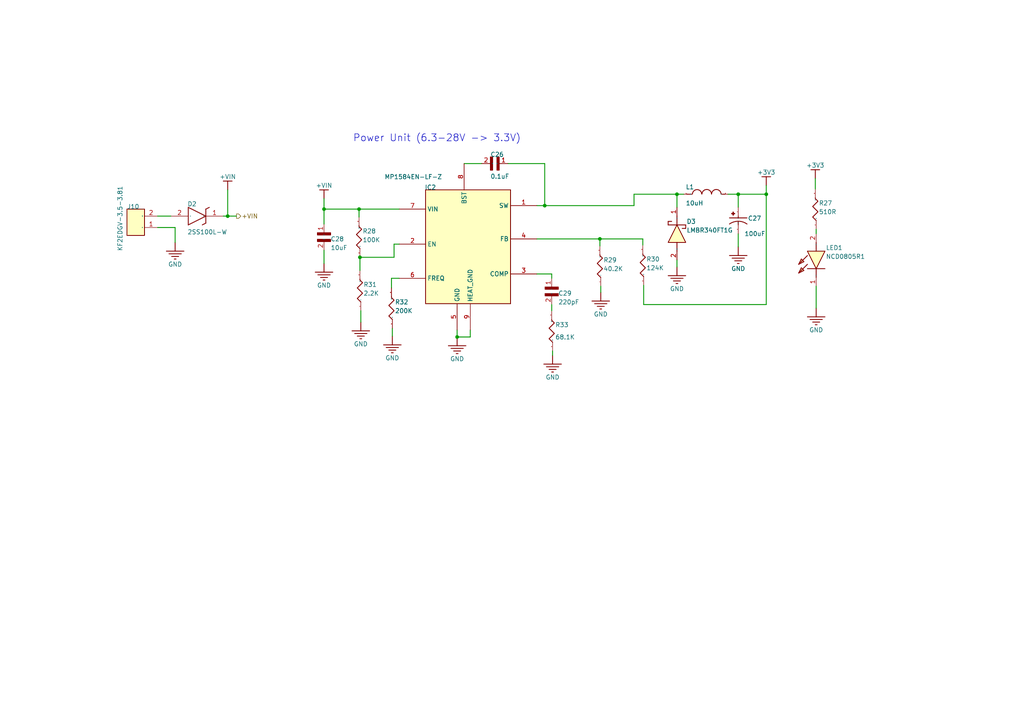
<source format=kicad_sch>
(kicad_sch (version 20230819) (generator eeschema)
  (paper "A4")
  (lib_symbols
    (symbol "POWER UNİT-altium-import:+3V3" (power)
      (property "Reference" "#PWR" (at 0 0 0))
      (property "Value" "+3V3" (at 0 3.81 0))
      (symbol "+3V3_0_0"
        (polyline (pts (xy -1.27 -2.54) (xy 1.27 -2.54)) (stroke (width 0.254)))
        (polyline (pts (xy 0 0) (xy 0 -2.54)) (stroke (width 0.254)))
        (pin power_in line (at 0 0 0) (length 0) hide (name "+3V3") (number ""))
      )
    )
    (symbol "POWER UNİT-altium-import:+VIN" (power)
      (property "Reference" "#PWR" (at 0 0 0))
      (property "Value" "+VIN" (at 0 3.81 0))
      (symbol "+VIN_0_0"
        (polyline (pts (xy -1.27 -2.54) (xy 1.27 -2.54)) (stroke (width 0.254)))
        (polyline (pts (xy 0 0) (xy 0 -2.54)) (stroke (width 0.254)))
        (pin power_in line (at 0 0 0) (length 0) hide (name "+VIN") (number ""))
      )
    )
    (symbol "POWER UNİT-altium-import:GND" (power)
      (property "Reference" "#PWR" (at 0 0 0))
      (property "Value" "GND" (at 0 6.35 0))
      (symbol "GND_0_0"
        (polyline (pts (xy -2.54 -2.54) (xy 2.54 -2.54)) (stroke (width 0.254)))
        (polyline (pts (xy -1.778 -3.302) (xy 1.778 -3.302)) (stroke (width 0.254)))
        (polyline (pts (xy -1.016 -4.064) (xy 1.016 -4.064)) (stroke (width 0.254)))
        (polyline (pts (xy -0.254 -4.826) (xy 0.254 -4.826)) (stroke (width 0.254)))
        (polyline (pts (xy 0 0) (xy 0 -2.54)) (stroke (width 0.254)))
        (pin power_in line (at 0 0 0) (length 0) hide (name "GND") (number ""))
      )
    )
    (symbol "POWER UNİT-altium-import:root_0_10uH"
      (symbol "root_0_10uH_1_0"
        (polyline (pts (xy 7.366 7.62) (xy 5.842 7.62)) (stroke (width 0.254)))
        (polyline (pts (xy 16.002 7.62) (xy 17.018 7.62)) (stroke (width 0.254)))
        (arc (start 10.2353 7.6867) (mid 8.8937 8.9669) (end 7.5451 7.6941) (stroke (width 0.254)))
        (arc (start 13.0636 7.6829) (mid 11.6899 9.001) (end 10.305 7.6946) (stroke (width 0.254)))
        (arc (start 15.8566 7.683) (mid 14.4837 9) (end 13.1 7.6944) (stroke (width 0.254)))
        (pin passive line (at 5.08 7.62 0) (length 1.27) (name "1") (number "1"))
        (pin passive line (at 17.78 7.62 180) (length 1.27) (name "2") (number "2"))
      )
    )
    (symbol "POWER UNİT-altium-import:root_0_C0402C220K4RACTU"
      (symbol "root_0_C0402C220K4RACTU_1_0"
        (rectangle (start 0.635 1.905) (end 0 -1.905) (stroke (width 0.254)) (fill (type outline)))
        (rectangle (start 2.54 1.905) (end 1.905 -1.905) (stroke (width 0.254)) (fill (type outline)))
        (pin passive line (at 5.08 0 180) (length 2.54) (name "1") (number "1"))
        (pin passive line (at -2.54 0 0) (length 2.54) (name "2") (number "2"))
      )
    )
    (symbol "POWER UNİT-altium-import:root_0_KF2EDGV-3.5-3.81"
      (symbol "root_0_KF2EDGV-3.5-3.81_1_0"
        (rectangle (start 15.24 12.7) (end 10.16 5.08) (stroke (width 0.254) (color 128 0 0 1)) (fill (type background)))
        (pin passive line (at 19.05 7.366 180) (length 3.81) (name "1") (number "1"))
        (pin passive line (at 19.05 10.668 180) (length 3.81) (name "2") (number "2"))
      )
    )
    (symbol "POWER UNİT-altium-import:root_0_MP1584EN-LF-Z"
      (symbol "root_0_MP1584EN-LF-Z_1_0"
        (rectangle (start 48.26 43.18) (end 23.622 10.16) (stroke (width 0.254) (color 128 0 0 1)) (fill (type background)))
        (pin passive line (at 55.88 38.608 180) (length 7.62) (name "SW") (number "1"))
        (pin passive line (at 16.002 27.432 0) (length 7.62) (name "EN") (number "2"))
        (pin passive line (at 55.88 18.796 180) (length 7.62) (name "COMP") (number "3"))
        (pin passive line (at 55.88 28.956 180) (length 7.62) (name "FB") (number "4"))
        (pin passive line (at 32.766 2.54 90) (length 7.62) (name "GND") (number "5"))
        (pin passive line (at 16.002 17.526 0) (length 7.62) (name "FREQ") (number "6"))
        (pin passive line (at 16.002 37.592 0) (length 7.62) (name "VIN") (number "7"))
        (pin passive line (at 34.798 50.8 270) (length 7.62) (name "BST") (number "8"))
        (pin passive line (at 36.576 2.54 90) (length 7.62) (name "HEAT_GND") (number "9"))
      )
    )
    (symbol "POWER UNİT-altium-import:root_1_1K"
      (symbol "root_1_1K_1_0"
        (polyline (pts (xy -4.826 4.318) (xy -5.842 5.334) (xy -4.318 6.858) (xy -5.842 8.382) (xy -4.318 9.906) (xy -5.08 10.668) (xy -5.08 10.922)) (stroke (width 0.254)))
        (pin passive line (at -4.826 1.778 90) (length 2.54) (name "1") (number "1"))
        (pin passive line (at -5.08 13.462 270) (length 2.54) (name "2") (number "2"))
      )
    )
    (symbol "POWER UNİT-altium-import:root_1_C0402C220K4RACTU"
      (symbol "root_1_C0402C220K4RACTU_1_0"
        (rectangle (start 1.905 0.635) (end -1.905 0) (stroke (width 0.254)) (fill (type outline)))
        (rectangle (start 1.905 2.54) (end -1.905 1.905) (stroke (width 0.254)) (fill (type outline)))
        (pin passive line (at 0 5.08 270) (length 2.54) (name "1") (number "1"))
        (pin passive line (at 0 -2.54 90) (length 2.54) (name "2") (number "2"))
      )
    )
    (symbol "POWER UNİT-altium-import:root_1_NCD0805R1"
      (symbol "root_1_NCD0805R1_1_0"
        (polyline (pts (xy -5.08 3.81) (xy -2.54 6.35)) (stroke (width 0.254)))
        (polyline (pts (xy -5.08 6.35) (xy -2.54 8.89)) (stroke (width 0.254)))
        (polyline (pts (xy 0 5.08) (xy 0 2.54)) (stroke (width 0.254)))
        (polyline (pts (xy 0 12.7) (xy 0 10.16)) (stroke (width 0.254)))
        (polyline (pts (xy 2.54 5.08) (xy -2.54 5.08)) (stroke (width 0.254)))
        (polyline (pts (xy -4.318 5.334) (xy -3.556 4.572) (xy -5.08 3.81) (xy -4.318 5.334)) (stroke (width 0.254)) (fill (type background)))
        (polyline (pts (xy -4.318 7.874) (xy -3.556 7.112) (xy -5.08 6.35) (xy -4.318 7.874)) (stroke (width 0.254)) (fill (type background)))
        (polyline (pts (xy 0 5.08) (xy -2.54 10.16) (xy 2.54 10.16) (xy 0 5.08)) (stroke (width 0.254)) (fill (type background)))
        (pin passive line (at 0 0 90) (length 2.54) (name "K") (number "1"))
        (pin passive line (at 0 15.24 270) (length 2.54) (name "A") (number "2"))
      )
    )
    (symbol "POWER UNİT-altium-import:root_2_2SS100L-W_2"
      (symbol "root_2_2SS100L-W_2_1_0"
        (polyline (pts (xy -10.16 -2.54) (xy -5.08 0)) (stroke (width 0.254)))
        (polyline (pts (xy -10.16 2.54) (xy -10.16 -2.54)) (stroke (width 0.254)))
        (polyline (pts (xy -6.096 -2.54) (xy -5.08 -2.032)) (stroke (width 0.254)))
        (polyline (pts (xy -5.08 0) (xy -10.16 2.54)) (stroke (width 0.254)))
        (polyline (pts (xy -5.08 2.032) (xy -5.08 -2.032)) (stroke (width 0.254)))
        (polyline (pts (xy -5.08 2.032) (xy -4.064 2.54)) (stroke (width 0.254)))
        (pin passive line (at 0 0 180) (length 5.08) (name "K") (number "1"))
        (pin passive line (at -15.24 0 0) (length 5.08) (name "A") (number "2"))
      )
    )
    (symbol "POWER UNİT-altium-import:root_3_EEEFPC101XAL_1"
      (symbol "root_3_EEEFPC101XAL_1_1_0"
        (rectangle (start -1.405 1.173) (end -1.532 0.284) (stroke (width 0.254)) (fill (type outline)))
        (rectangle (start -1.024 0.792) (end -1.913 0.665) (stroke (width 0.254)) (fill (type outline)))
        (polyline (pts (xy 0 -2.54) (xy 0 -1.524)) (stroke (width 0.254)))
        (polyline (pts (xy 0 -0.508) (xy -2.54 -0.508)) (stroke (width 0.254)))
        (polyline (pts (xy 0 0) (xy 0 -0.508)) (stroke (width 0.254)))
        (polyline (pts (xy 2.54 -0.508) (xy 0 -0.508)) (stroke (width 0.254)))
        (arc (start 2.5398 -2.2858) (mid 0 -1.485) (end -2.5398 -2.2858) (stroke (width 0.254)))
        (pin passive line (at 0 2.54 270) (length 2.54) (name "1") (number "1"))
        (pin passive line (at 0 -5.08 90) (length 2.54) (name "2") (number "2"))
      )
    )
    (symbol "POWER UNİT-altium-import:root_3_SS34FA_1"
      (symbol "root_3_SS34FA_1_1_0"
        (polyline (pts (xy -2.54 -7.62) (xy 2.54 -7.62)) (stroke (width 0.254)))
        (polyline (pts (xy -2.54 -6.604) (xy -2.54 -7.62)) (stroke (width 0.254)))
        (polyline (pts (xy -1.524 -6.604) (xy -2.54 -6.604)) (stroke (width 0.254)))
        (polyline (pts (xy 0 -15.24) (xy 0 -12.7)) (stroke (width 0.254)))
        (polyline (pts (xy 0 -7.62) (xy 0 -5.08)) (stroke (width 0.254)))
        (polyline (pts (xy 1.524 -8.636) (xy 2.54 -8.636)) (stroke (width 0.254)))
        (polyline (pts (xy 2.54 -8.636) (xy 2.54 -7.62)) (stroke (width 0.254)))
        (polyline (pts (xy 0 -7.62) (xy 2.54 -12.7) (xy -2.54 -12.7) (xy 0 -7.62)) (stroke (width 0.254)) (fill (type background)))
        (pin passive line (at 0 -2.54 270) (length 2.54) (name "K") (number "1"))
        (pin passive line (at 0 -17.78 90) (length 2.54) (name "A") (number "2"))
      )
    )
  )
  (junction (at 66.04 62.6872))
  (junction (at 104.394 74.6252))
  (junction (at 93.98 60.6552))
  (junction (at 173.99 69.2912))
  (junction (at 214.122 56.3372))
  (junction (at 132.588 97.7392))
  (junction (at 196.342 56.3372))
  (junction (at 157.988 59.6392))
  (junction (at 222.25 56.3372))
  (junction (at 104.14 60.6552))
  (wire (pts (xy 214.122 67.7672) (xy 214.122 71.5772)) (stroke (width 0.254)))
  (wire (pts (xy 136.398 95.7072) (xy 136.398 97.7392)) (stroke (width 0.254)))
  (wire (pts (xy 211.074 56.3372) (xy 214.122 56.3372)) (stroke (width 0.254)))
  (wire (pts (xy 186.436 69.2912) (xy 173.99 69.2912)) (stroke (width 0.254)))
  (wire (pts (xy 114.3 70.8152) (xy 114.3 74.6252)) (stroke (width 0.254)))
  (wire (pts (xy 222.25 56.3372) (xy 222.25 88.3412)) (stroke (width 0.254)))
  (wire (pts (xy 160.02 90.1192) (xy 160.02 88.3412)) (stroke (width 0.254)))
  (wire (pts (xy 113.538 83.5152) (xy 113.538 80.7212)) (stroke (width 0.254)))
  (wire (pts (xy 174.244 83.0072) (xy 174.244 84.7852)) (stroke (width 0.254)))
  (wire (pts (xy 186.436 71.0692) (xy 186.436 69.2912)) (stroke (width 0.254)))
  (wire (pts (xy 45.72 65.9892) (xy 50.8 65.9892)) (stroke (width 0.254)))
  (wire (pts (xy 93.98 60.6552) (xy 104.14 60.6552)) (stroke (width 0.254)))
  (wire (pts (xy 214.122 56.3372) (xy 222.25 56.3372)) (stroke (width 0.254)))
  (wire (pts (xy 136.398 97.7392) (xy 132.588 97.7392)) (stroke (width 0.254)))
  (wire (pts (xy 183.896 59.6392) (xy 183.896 56.3372)) (stroke (width 0.254)))
  (wire (pts (xy 147.32 47.4472) (xy 157.988 47.4472)) (stroke (width 0.254)))
  (wire (pts (xy 222.25 88.3412) (xy 186.69 88.3412)) (stroke (width 0.254)))
  (wire (pts (xy 160.02 79.4512) (xy 160.02 80.7212)) (stroke (width 0.254)))
  (wire (pts (xy 186.69 88.3412) (xy 186.69 82.7532)) (stroke (width 0.254)))
  (wire (pts (xy 155.702 79.4512) (xy 160.02 79.4512)) (stroke (width 0.254)))
  (wire (pts (xy 104.14 60.6552) (xy 104.14 62.9412)) (stroke (width 0.254)))
  (wire (pts (xy 155.702 69.2912) (xy 173.99 69.2912)) (stroke (width 0.254)))
  (wire (pts (xy 66.04 62.6872) (xy 66.04 55.0672)) (stroke (width 0.254)))
  (wire (pts (xy 104.394 74.6252) (xy 104.394 78.4352)) (stroke (width 0.254)))
  (wire (pts (xy 236.728 66.4972) (xy 236.728 67.7672)) (stroke (width 0.254)))
  (wire (pts (xy 196.342 56.3372) (xy 198.374 56.3372)) (stroke (width 0.254)))
  (wire (pts (xy 115.824 70.8152) (xy 114.3 70.8152)) (stroke (width 0.254)))
  (wire (pts (xy 222.25 53.7972) (xy 222.25 56.3372)) (stroke (width 0.254)))
  (wire (pts (xy 93.98 64.9732) (xy 93.98 60.6552)) (stroke (width 0.254)))
  (wire (pts (xy 68.58 62.6872) (xy 66.04 62.6872)) (stroke (width 0.254)))
  (wire (pts (xy 50.8 65.9892) (xy 50.8 70.3072)) (stroke (width 0.254)))
  (wire (pts (xy 173.99 69.2912) (xy 173.99 71.3232)) (stroke (width 0.254)))
  (wire (pts (xy 93.98 76.4032) (xy 93.98 72.5932)) (stroke (width 0.254)))
  (wire (pts (xy 49.53 62.6872) (xy 45.72 62.6872)) (stroke (width 0.254)))
  (wire (pts (xy 134.62 47.4472) (xy 139.7 47.4472)) (stroke (width 0.254)))
  (wire (pts (xy 64.77 62.6872) (xy 66.04 62.6872)) (stroke (width 0.254)))
  (wire (pts (xy 157.988 47.4472) (xy 157.988 59.6392)) (stroke (width 0.254)))
  (wire (pts (xy 104.648 90.1192) (xy 104.648 93.4212)) (stroke (width 0.254)))
  (wire (pts (xy 196.342 56.3372) (xy 196.342 60.1472)) (stroke (width 0.254)))
  (wire (pts (xy 113.538 80.7212) (xy 115.824 80.7212)) (stroke (width 0.254)))
  (wire (pts (xy 155.702 59.6392) (xy 157.988 59.6392)) (stroke (width 0.254)))
  (wire (pts (xy 214.122 56.3372) (xy 214.122 60.1472)) (stroke (width 0.254)))
  (wire (pts (xy 236.474 51.7652) (xy 236.474 54.8132)) (stroke (width 0.254)))
  (wire (pts (xy 183.896 56.3372) (xy 196.342 56.3372)) (stroke (width 0.254)))
  (wire (pts (xy 160.274 101.8032) (xy 160.274 103.0732)) (stroke (width 0.254)))
  (wire (pts (xy 196.342 77.4192) (xy 196.342 75.3872)) (stroke (width 0.254)))
  (wire (pts (xy 236.728 83.0072) (xy 236.728 89.3572)) (stroke (width 0.254)))
  (wire (pts (xy 157.988 59.6392) (xy 183.896 59.6392)) (stroke (width 0.254)))
  (wire (pts (xy 104.14 60.6552) (xy 115.824 60.6552)) (stroke (width 0.254)))
  (wire (pts (xy 113.792 95.1992) (xy 113.792 97.4852)) (stroke (width 0.254)))
  (wire (pts (xy 132.588 95.7072) (xy 132.588 97.7392)) (stroke (width 0.254)))
  (wire (pts (xy 93.98 60.6552) (xy 93.98 57.6072)) (stroke (width 0.254)))
  (wire (pts (xy 114.3 74.6252) (xy 104.394 74.6252)) (stroke (width 0.254)))
  (text "Power Unit (6.3-28V -> 3.3V)" (at 102.362 41.3512 0) (effects (font (size 2.032 2.032)) (justify left bottom)))
  (hierarchical_label "+VIN" (shape output) (at 68.58 62.6872 0))
  (symbol (lib_id "POWER UNİT-altium-import:GND") (at 236.728 89.3572 0) (unit 1)
    (property "Reference" "#PWR0244" (effects hide))
    (property "Value" "GND" (at 236.728 95.7072 0))
    (instances (project "Bluetooth_Anchor_Kicad" (path "" (reference "#PWR0244") (unit 1))) (project "POWER UNİT" (path "" (reference "#PWR?") (unit 1))))
  )
  (symbol (lib_id "POWER UNİT-altium-import:root_1_1K") (at 191.516 84.5312 0) (unit 1)
    (property "Reference" "R30" (at 187.452 75.8952 0) (effects (justify left bottom)))
    (property "Value" "124K" (at 187.452 78.4352 0) (effects (justify left bottom)))
    (property "Footprint" "Res_0402" (effects hide))
  )
  (symbol (lib_id "POWER UNİT-altium-import:root_0_10uH") (at 193.294 63.9572 0) (unit 1)
    (property "Reference" "L1" (at 198.882 54.9562 0) (effects (justify left bottom)))
    (property "Value" "10uH" (at 198.882 59.6392 0) (effects (justify left bottom)))
    (property "Footprint" "YSPI0530-100M" (effects hide))
  )
  (symbol (lib_id "POWER UNİT-altium-import:root_2_2SS100L-W_2") (at 64.77 62.6872 0) (unit 1)
    (property "Reference" "D2" (at 54.356 59.8932 0) (effects (justify left bottom)))
    (property "Value" "2SS100L-W" (at 54.356 68.0212 0) (effects (justify left bottom)))
    (property "Footprint" "2SS100LW" (effects hide))
    (property "MANUFACTURER_NAME" "Rectron" (effects hide))
    (property "MANUFACTURER_PART_NUMBER" "2SS100L-W" (effects hide))
    (property "MOUSER PART NUMBER" "583-2SS100L-W" (effects hide))
    (property "MOUSER PRICE/STOCK" "https://www.mouser.co.uk/ProductDetail/Rectron/2SS100L-W?qs=5aG0NVq1C4wsv0OtzLcEnw%3D%3D" (effects hide))
    (property "ARROW PART NUMBER" "2SS100L-W" (effects hide))
    (property "ARROW PRICE/STOCK" "https://www.arrow.com/en/products/2ss100l-w/rectron?region=nac" (effects hide))
    (property "DATASHEET LINK" "https://componentsearchengine.com/Datasheets/1/2SS100L-W.pdf" (effects hide))
    (property "GEOMETRY.HEIGHT" "1mm" (effects hide))
  )
  (symbol (lib_id "POWER UNİT-altium-import:root_1_1K") (at 241.554 68.2752 0) (unit 1)
    (property "Reference" "R27" (at 237.49 59.6392 0) (effects (justify left bottom)))
    (property "Value" "510R" (at 237.49 62.1792 0) (effects (justify left bottom)))
    (property "Footprint" "Res_0402" (effects hide))
  )
  (symbol (lib_id "POWER UNİT-altium-import:root_0_MP1584EN-LF-Z") (at 99.822 98.2472 0) (unit 1)
    (property "Reference" "IC2" (at 123.19 55.0672 0) (effects (justify left bottom)))
    (property "Value" "MP1584EN-LF-Z" (at 111.506 52.0192 0) (effects (justify left bottom)))
    (property "Footprint" "SOIC127P600X170-9N" (effects hide))
  )
  (symbol (lib_id "POWER UNİT-altium-import:root_3_SS34FA_1") (at 196.342 57.6072 0) (unit 1)
    (property "Reference" "D3" (at 199.136 64.9732 0) (effects (justify left bottom)))
    (property "Value" "LMBR340FT1G" (at 199.136 67.5132 0) (effects (justify left bottom)))
    (property "Footprint" "SODFL3618X143N" (effects hide))
    (property "MANUFACTURER_NAME" "onsemi" (effects hide))
    (property "MANUFACTURER_PART_NUMBER" "SS34FA" (effects hide))
    (property "MOUSER PART NUMBER" "512-SS34FA" (effects hide))
    (property "MOUSER PRICE/STOCK" "https://www.mouser.co.uk/ProductDetail/onsemi-Fairchild/SS34FA?qs=R26iFe%2FkX%2FK1QUwZdCmBBw%3D%3D" (effects hide))
    (property "ARROW PART NUMBER" "SS34FA" (effects hide))
    (property "ARROW PRICE/STOCK" "https://www.arrow.com/en/products/ss34fa/on-semiconductor?region=nac" (effects hide))
    (property "DATASHEET LINK" "http://www.onsemi.com/pub/Collateral/SS36FA-D.pdf" (effects hide))
    (property "GEOMETRY.HEIGHT" "1.43mm" (effects hide))
  )
  (symbol (lib_id "POWER UNİT-altium-import:GND") (at 132.588 97.7392 0) (unit 1)
    (property "Reference" "#PWR0252" (effects hide))
    (property "Value" "GND" (at 132.588 104.0892 0))
    (instances (project "Bluetooth_Anchor_Kicad" (path "" (reference "#PWR0252") (unit 1))) (project "POWER UNİT" (path "" (reference "#PWR?") (unit 1))))
  )
  (symbol (lib_id "POWER UNİT-altium-import:root_0_KF2EDGV-3.5-3.81") (at 26.67 73.3552 0) (unit 1)
    (property "Reference" "J10" (at 36.83 60.6552 0) (effects (justify left bottom)))
    (property "Value" "KF2EDGV-3.5-3.81" (at 35.56 72.8472 90) (effects (justify left bottom)))
    (property "Footprint" "SHDR2W80P0X381_1X2_862X700X920P" (effects hide))
  )
  (symbol (lib_id "POWER UNİT-altium-import:GND") (at 196.342 77.4192 0) (unit 1)
    (property "Reference" "#PWR0246" (effects hide))
    (property "Value" "GND" (at 196.342 83.7692 0))
    (instances (project "Bluetooth_Anchor_Kicad" (path "" (reference "#PWR0246") (unit 1))) (project "POWER UNİT" (path "" (reference "#PWR?") (unit 1))))
  )
  (symbol (lib_id "POWER UNİT-altium-import:+VIN") (at 93.98 57.6072 180) (unit 1)
    (property "Reference" "#PWR0247" (effects hide))
    (property "Value" "+VIN" (at 93.98 53.7972 0))
    (instances (project "Bluetooth_Anchor_Kicad" (path "" (reference "#PWR0247") (unit 1))) (project "POWER UNİT" (path "" (reference "#PWR?") (unit 1))))
  )
  (symbol (lib_id "POWER UNİT-altium-import:GND") (at 160.274 103.0732 0) (unit 1)
    (property "Reference" "#PWR0251" (effects hide))
    (property "Value" "GND" (at 160.274 109.4232 0))
    (instances (project "Bluetooth_Anchor_Kicad" (path "" (reference "#PWR0251") (unit 1))) (project "POWER UNİT" (path "" (reference "#PWR?") (unit 1))))
  )
  (symbol (lib_id "POWER UNİT-altium-import:GND") (at 104.648 93.4212 0) (unit 1)
    (property "Reference" "#PWR0253" (effects hide))
    (property "Value" "GND" (at 104.648 99.7712 0))
    (instances (project "Bluetooth_Anchor_Kicad" (path "" (reference "#PWR0253") (unit 1))) (project "POWER UNİT" (path "" (reference "#PWR?") (unit 1))))
  )
  (symbol (lib_id "POWER UNİT-altium-import:root_1_1K") (at 109.474 91.8972 0) (unit 1)
    (property "Reference" "R31" (at 105.41 83.2612 0) (effects (justify left bottom)))
    (property "Value" "2.2K" (at 105.41 85.8012 0) (effects (justify left bottom)))
    (property "Footprint" "Res_0402" (effects hide))
  )
  (symbol (lib_id "POWER UNİT-altium-import:GND") (at 93.98 76.4032 0) (unit 1)
    (property "Reference" "#PWR0250" (effects hide))
    (property "Value" "GND" (at 93.98 82.7532 0))
    (instances (project "Bluetooth_Anchor_Kicad" (path "" (reference "#PWR0250") (unit 1))) (project "POWER UNİT" (path "" (reference "#PWR?") (unit 1))))
  )
  (symbol (lib_id "POWER UNİT-altium-import:root_1_C0402C220K4RACTU") (at 160.02 85.8012 0) (unit 1)
    (property "Reference" "C29" (at 161.925 85.8012 0) (effects (justify left bottom)))
    (property "Value" "220pF" (at 161.925 88.3412 0) (effects (justify left bottom)))
    (property "Footprint" "C_0402" (effects hide))
    (property "MP" "C0402C220K4RACTU" (effects hide))
    (property "SNAPEDA_LINK" "https://www.snapeda.com/parts/C0402C220K4RACTU/KEMET/view-part/2040769/?ref=snap" (effects hide))
    (property "PRICE" "None" (effects hide))
    (property "MF" "KEMET" (effects hide))
    (property "PACKAGE" "0402 KEMET" (effects hide))
    (property "AVAILABILITY" "Unavailable" (effects hide))
    (property "ALTIUM_VALUE" "*" (effects hide))
  )
  (symbol (lib_id "POWER UNİT-altium-import:root_1_NCD0805R1") (at 236.728 83.0072 0) (unit 1)
    (property "Reference" "LED1" (at 239.522 72.5932 0) (effects (justify left bottom)))
    (property "Value" "NCD0805R1" (at 239.522 75.1332 0) (effects (justify left bottom)))
    (property "Footprint" "NCD0805R1" (effects hide))
    (property "MANUFACTURER_NAME" "Foshan NationStar Optoelectronics" (effects hide))
    (property "MANUFACTURER_PART_NUMBER" "NCD0805R1" (effects hide))
    (property "MOUSER PART NUMBER" "*" (effects hide))
    (property "MOUSER PRICE/STOCK" "*" (effects hide))
    (property "ARROW PART NUMBER" "*" (effects hide))
    (property "ARROW PRICE/STOCK" "*" (effects hide))
    (property "DATASHEET LINK" "https://datasheet.lcsc.com/lcsc/2008201032_Foshan-NationStar-Optoelectronics-NCD0805R1_C84256.pdf" (effects hide))
    (property "GEOMETRY.HEIGHT" "1.2mm" (effects hide))
    (instances (project "Bluetooth_Anchor_Kicad" (path "" (reference "LED1") (unit 1))) (project "POWER UNİT" (path "" (reference "D4") (unit 1))))
  )
  (symbol (lib_id "POWER UNİT-altium-import:+3V3") (at 222.25 53.7972 180) (unit 1)
    (property "Reference" "#PWR0242" (effects hide))
    (property "Value" "+3V3" (at 222.25 49.9872 0))
    (instances (project "Bluetooth_Anchor_Kicad" (path "" (reference "#PWR0242") (unit 1))) (project "POWER UNİT" (path "" (reference "#PWR?") (unit 1))))
  )
  (symbol (lib_id "POWER UNİT-altium-import:root_1_C0402C220K4RACTU") (at 93.98 70.0532 0) (unit 1)
    (property "Reference" "C28" (at 95.885 70.0532 0) (effects (justify left bottom)))
    (property "Value" "10uF" (at 95.885 72.5932 0) (effects (justify left bottom)))
    (property "Footprint" "C_0402" (effects hide))
    (property "MP" "C0402C220K4RACTU" (effects hide))
    (property "SNAPEDA_LINK" "https://www.snapeda.com/parts/C0402C220K4RACTU/KEMET/view-part/2040769/?ref=snap" (effects hide))
    (property "PRICE" "None" (effects hide))
    (property "MF" "KEMET" (effects hide))
    (property "PACKAGE" "0402 KEMET" (effects hide))
    (property "AVAILABILITY" "Unavailable" (effects hide))
    (property "ALTIUM_VALUE" "*" (effects hide))
  )
  (symbol (lib_id "POWER UNİT-altium-import:root_1_1K") (at 179.07 84.7852 0) (unit 1)
    (property "Reference" "R29" (at 175.006 76.1492 0) (effects (justify left bottom)))
    (property "Value" "40.2K" (at 175.006 78.6892 0) (effects (justify left bottom)))
    (property "Footprint" "Res_0402" (effects hide))
  )
  (symbol (lib_id "POWER UNİT-altium-import:root_1_1K") (at 118.618 96.9772 0) (unit 1)
    (property "Reference" "R32" (at 114.554 88.3412 0) (effects (justify left bottom)))
    (property "Value" "200K" (at 114.554 90.8812 0) (effects (justify left bottom)))
    (property "Footprint" "Res_0402" (effects hide))
  )
  (symbol (lib_id "POWER UNİT-altium-import:+3V3") (at 236.474 51.7652 180) (unit 1)
    (property "Reference" "#PWR0243" (effects hide))
    (property "Value" "+3V3" (at 236.474 47.9552 0))
    (instances (project "Bluetooth_Anchor_Kicad" (path "" (reference "#PWR0243") (unit 1))) (project "POWER UNİT" (path "" (reference "#PWR?") (unit 1))))
  )
  (symbol (lib_id "POWER UNİT-altium-import:GND") (at 174.244 84.7852 0) (unit 1)
    (property "Reference" "#PWR0241" (effects hide))
    (property "Value" "GND" (at 174.244 91.1352 0))
    (instances (project "Bluetooth_Anchor_Kicad" (path "" (reference "#PWR0241") (unit 1))) (project "POWER UNİT" (path "" (reference "#PWR?") (unit 1))))
  )
  (symbol (lib_id "POWER UNİT-altium-import:root_0_C0402C220K4RACTU") (at 142.24 47.4472 0) (unit 1)
    (property "Reference" "C26" (at 142.24 45.5422 0) (effects (justify left bottom)))
    (property "Value" "0.1uF" (at 142.24 51.8922 0) (effects (justify left bottom)))
    (property "Footprint" "C_0402" (effects hide))
    (property "MP" "C0402C220K4RACTU" (effects hide))
    (property "SNAPEDA_LINK" "https://www.snapeda.com/parts/C0402C220K4RACTU/KEMET/view-part/2040769/?ref=snap" (effects hide))
    (property "PRICE" "None" (effects hide))
    (property "MF" "KEMET" (effects hide))
    (property "PACKAGE" "0402 KEMET" (effects hide))
    (property "AVAILABILITY" "Unavailable" (effects hide))
    (property "ALTIUM_VALUE" "*" (effects hide))
  )
  (symbol (lib_id "POWER UNİT-altium-import:root_1_1K") (at 109.22 76.4032 0) (unit 1)
    (property "Reference" "R28" (at 105.156 67.7672 0) (effects (justify left bottom)))
    (property "Value" "100K" (at 105.156 70.3072 0) (effects (justify left bottom)))
    (property "Footprint" "Res_0402" (effects hide))
  )
  (symbol (lib_id "POWER UNİT-altium-import:GND") (at 50.8 70.3072 0) (unit 1)
    (property "Reference" "#PWR0248" (effects hide))
    (property "Value" "GND" (at 50.8 76.6572 0))
    (instances (project "Bluetooth_Anchor_Kicad" (path "" (reference "#PWR0248") (unit 1))) (project "POWER UNİT" (path "" (reference "#PWR?") (unit 1))))
  )
  (symbol (lib_id "POWER UNİT-altium-import:GND") (at 113.792 97.4852 0) (unit 1)
    (property "Reference" "#PWR0254" (effects hide))
    (property "Value" "GND" (at 113.792 103.8352 0))
    (instances (project "Bluetooth_Anchor_Kicad" (path "" (reference "#PWR0254") (unit 1))) (project "POWER UNİT" (path "" (reference "#PWR?") (unit 1))))
  )
  (symbol (lib_id "POWER UNİT-altium-import:+VIN") (at 66.04 55.0672 180) (unit 1)
    (property "Reference" "#PWR0249" (effects hide))
    (property "Value" "+VIN" (at 66.04 51.2572 0))
    (instances (project "Bluetooth_Anchor_Kicad" (path "" (reference "#PWR0249") (unit 1))) (project "POWER UNİT" (path "" (reference "#PWR?") (unit 1))))
  )
  (symbol (lib_id "POWER UNİT-altium-import:root_1_1K") (at 165.1 103.5812 0) (unit 1)
    (property "Reference" "R33" (at 161.036 94.9452 0) (effects (justify left bottom)))
    (property "Value" "68.1K" (at 161.036 98.5012 0) (effects (justify left bottom)))
    (property "Footprint" "Res_0402" (effects hide))
  )
  (symbol (lib_id "POWER UNİT-altium-import:GND") (at 214.122 71.5772 0) (unit 1)
    (property "Reference" "#PWR0245" (effects hide))
    (property "Value" "GND" (at 214.122 77.9272 0))
    (instances (project "Bluetooth_Anchor_Kicad" (path "" (reference "#PWR0245") (unit 1))) (project "POWER UNİT" (path "" (reference "#PWR?") (unit 1))))
  )
  (symbol (lib_id "POWER UNİT-altium-import:root_3_EEEFPC101XAL_1") (at 214.122 62.6872 0) (unit 1)
    (property "Reference" "C27" (at 216.916 64.0542 0) (effects (justify left bottom)))
    (property "Value" "100uF" (at 215.9 68.5292 0) (effects (justify left bottom)))
    (property "Footprint" "XT100UF10V90RV0060" (effects hide))
    (property "PRICE" "None" (effects hide))
    (property "AVAILABILITY" "In Stock" (effects hide))
    (property "PACKAGE" "RADIAL-2 Panasonic" (effects hide))
    (property "MP" "EEEFPC101XAL" (effects hide))
    (property "ALTIUM_VALUE" "*" (effects hide))
    (property "SNAPEDA_LINK" "https://www.snapeda.com/parts/EEEFPC101XAL/Panasonic/view-part/?ref=snap" (effects hide))
    (property "MF" "Panasonic" (effects hide))
    (property "PURCHASE-URL" "https://pricing.snapeda.com/search/part/EEEFPC101XAL/?ref=eda" (effects hide))
    (property "CHECK_PRICES" "https://www.snapeda.com/parts/EEEFPC101XAL/Panasonic/view-part/?ref=eda" (effects hide))
  )
)
</source>
